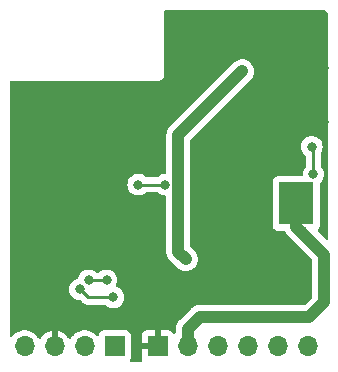
<source format=gbr>
G04 #@! TF.GenerationSoftware,KiCad,Pcbnew,(6.0.11)*
G04 #@! TF.CreationDate,2023-02-28T22:09:58+01:00*
G04 #@! TF.ProjectId,atmega328p-au--e01c-ml01s--bme280--cr2032,61746d65-6761-4333-9238-702d61752d2d,rev?*
G04 #@! TF.SameCoordinates,Original*
G04 #@! TF.FileFunction,Copper,L2,Bot*
G04 #@! TF.FilePolarity,Positive*
%FSLAX46Y46*%
G04 Gerber Fmt 4.6, Leading zero omitted, Abs format (unit mm)*
G04 Created by KiCad (PCBNEW (6.0.11)) date 2023-02-28 22:09:58*
%MOMM*%
%LPD*%
G01*
G04 APERTURE LIST*
G04 #@! TA.AperFunction,SMDPad,CuDef*
%ADD10R,3.000000X3.600000*%
G04 #@! TD*
G04 #@! TA.AperFunction,SMDPad,CuDef*
%ADD11R,3.000000X2.600000*%
G04 #@! TD*
G04 #@! TA.AperFunction,ComponentPad*
%ADD12R,1.700000X1.700000*%
G04 #@! TD*
G04 #@! TA.AperFunction,ComponentPad*
%ADD13O,1.700000X1.700000*%
G04 #@! TD*
G04 #@! TA.AperFunction,ViaPad*
%ADD14C,1.000000*%
G04 #@! TD*
G04 #@! TA.AperFunction,ViaPad*
%ADD15C,0.800000*%
G04 #@! TD*
G04 #@! TA.AperFunction,Conductor*
%ADD16C,1.000000*%
G04 #@! TD*
G04 #@! TA.AperFunction,Conductor*
%ADD17C,0.250000*%
G04 #@! TD*
G04 APERTURE END LIST*
D10*
X119923000Y-78495000D03*
D11*
X98523000Y-78495000D03*
D12*
X104523000Y-90595000D03*
D13*
X101983000Y-90595000D03*
X99443000Y-90595000D03*
X96903000Y-90595000D03*
D12*
X108165733Y-90595000D03*
D13*
X110705733Y-90595000D03*
X113245733Y-90595000D03*
X115785733Y-90595000D03*
X118325733Y-90595000D03*
X120865733Y-90595000D03*
D14*
X102723000Y-74445000D03*
X102723000Y-71345000D03*
X96623000Y-71345000D03*
X108723000Y-71045000D03*
X99473000Y-88445000D03*
X106073000Y-79345000D03*
X97573000Y-76395000D03*
X96323000Y-77645000D03*
X107773000Y-75295000D03*
X109923000Y-73645000D03*
D15*
X119923000Y-85245000D03*
D14*
X113104250Y-88095000D03*
X115323000Y-67295000D03*
X110554250Y-83195000D03*
D15*
X122223000Y-71595000D03*
D14*
X116654250Y-86295000D03*
X119503036Y-83225955D03*
X116123000Y-76995000D03*
X99017214Y-84515336D03*
D15*
X122223000Y-66995000D03*
D14*
X113254250Y-83095000D03*
X118223000Y-66395000D03*
X109604250Y-86645000D03*
X116954250Y-82395000D03*
X112523000Y-62595000D03*
X116923000Y-71195000D03*
X112523000Y-66295000D03*
X115854250Y-81695000D03*
X115323000Y-71195000D03*
X106123000Y-82495000D03*
D15*
X121523000Y-62595000D03*
X104423000Y-86444500D03*
X101598500Y-85759544D03*
X103847500Y-84995000D03*
X102323000Y-84995000D03*
D14*
X120354250Y-80895000D03*
D15*
X121362235Y-76019500D03*
X121223000Y-73695000D03*
X108823500Y-76895000D03*
X106523500Y-76895000D03*
D16*
X109923000Y-73645000D02*
X109923000Y-72695000D01*
X109923000Y-82563750D02*
X109923000Y-73645000D01*
X110705733Y-90595000D02*
X110705733Y-89112267D01*
X110705733Y-89112267D02*
X111723000Y-88095000D01*
X111723000Y-88095000D02*
X121023000Y-88095000D01*
X122273000Y-86845000D02*
X122273000Y-82829375D01*
X121023000Y-88095000D02*
X122273000Y-86845000D01*
X122273000Y-82829375D02*
X119923000Y-80479375D01*
X119923000Y-80479375D02*
X119923000Y-78495000D01*
X110554250Y-83195000D02*
X109923000Y-82563750D01*
X109923000Y-72695000D02*
X115323000Y-67295000D01*
D17*
X104423000Y-86444500D02*
X102283456Y-86444500D01*
X102283456Y-86444500D02*
X101598500Y-85759544D01*
X103847500Y-84995000D02*
X102323000Y-84995000D01*
X121223000Y-73695000D02*
X121362235Y-73834235D01*
X121362235Y-73834235D02*
X121362235Y-76019500D01*
X108823500Y-76895000D02*
X106523500Y-76895000D01*
G04 #@! TA.AperFunction,Conductor*
G36*
X122093018Y-62105000D02*
G01*
X122107852Y-62107310D01*
X122107855Y-62107310D01*
X122116724Y-62108691D01*
X122125626Y-62107527D01*
X122125750Y-62107511D01*
X122156192Y-62107240D01*
X122169070Y-62108691D01*
X122218264Y-62114234D01*
X122245771Y-62120513D01*
X122322853Y-62147485D01*
X122348274Y-62159727D01*
X122417426Y-62203178D01*
X122439485Y-62220770D01*
X122497230Y-62278515D01*
X122514822Y-62300574D01*
X122558273Y-62369726D01*
X122570515Y-62395147D01*
X122597487Y-62472228D01*
X122603766Y-62499736D01*
X122610018Y-62555226D01*
X122609923Y-62570868D01*
X122610800Y-62570879D01*
X122610690Y-62579851D01*
X122609309Y-62588724D01*
X122610473Y-62597626D01*
X122610473Y-62597628D01*
X122613436Y-62620283D01*
X122614500Y-62636621D01*
X122614500Y-81440450D01*
X122594498Y-81508571D01*
X122540842Y-81555064D01*
X122470568Y-81565168D01*
X122405988Y-81535674D01*
X122399416Y-81529557D01*
X121741469Y-80871610D01*
X121707445Y-80809299D01*
X121712509Y-80738484D01*
X121755000Y-80681690D01*
X121779080Y-80663643D01*
X121779081Y-80663642D01*
X121786261Y-80658261D01*
X121873615Y-80541705D01*
X121924745Y-80405316D01*
X121931500Y-80343134D01*
X121931500Y-76791342D01*
X121951502Y-76723221D01*
X121971239Y-76700000D01*
X121973488Y-76698366D01*
X122019859Y-76646866D01*
X122096856Y-76561352D01*
X122096857Y-76561351D01*
X122101275Y-76556444D01*
X122196762Y-76391056D01*
X122255777Y-76209428D01*
X122257567Y-76192402D01*
X122275049Y-76026065D01*
X122275739Y-76019500D01*
X122255777Y-75829572D01*
X122196762Y-75647944D01*
X122101275Y-75482556D01*
X122028098Y-75401285D01*
X121997382Y-75337279D01*
X121995735Y-75316976D01*
X121995735Y-74207344D01*
X122012616Y-74144344D01*
X122054223Y-74072279D01*
X122054224Y-74072278D01*
X122057527Y-74066556D01*
X122116542Y-73884928D01*
X122136504Y-73695000D01*
X122131249Y-73645000D01*
X122117232Y-73511635D01*
X122117232Y-73511633D01*
X122116542Y-73505072D01*
X122057527Y-73323444D01*
X121962040Y-73158056D01*
X121888004Y-73075830D01*
X121838675Y-73021045D01*
X121838674Y-73021044D01*
X121834253Y-73016134D01*
X121679752Y-72903882D01*
X121673724Y-72901198D01*
X121673722Y-72901197D01*
X121511319Y-72828891D01*
X121511318Y-72828891D01*
X121505288Y-72826206D01*
X121411887Y-72806353D01*
X121324944Y-72787872D01*
X121324939Y-72787872D01*
X121318487Y-72786500D01*
X121127513Y-72786500D01*
X121121061Y-72787872D01*
X121121056Y-72787872D01*
X121034113Y-72806353D01*
X120940712Y-72826206D01*
X120934682Y-72828891D01*
X120934681Y-72828891D01*
X120772278Y-72901197D01*
X120772276Y-72901198D01*
X120766248Y-72903882D01*
X120611747Y-73016134D01*
X120607326Y-73021044D01*
X120607325Y-73021045D01*
X120557997Y-73075830D01*
X120483960Y-73158056D01*
X120388473Y-73323444D01*
X120329458Y-73505072D01*
X120328768Y-73511633D01*
X120328768Y-73511635D01*
X120314751Y-73645000D01*
X120309496Y-73695000D01*
X120329458Y-73884928D01*
X120388473Y-74066556D01*
X120483960Y-74231944D01*
X120611747Y-74373866D01*
X120617089Y-74377747D01*
X120617091Y-74377749D01*
X120676796Y-74421127D01*
X120720150Y-74477349D01*
X120728735Y-74523063D01*
X120728735Y-75316976D01*
X120708733Y-75385097D01*
X120696377Y-75401279D01*
X120623195Y-75482556D01*
X120527708Y-75647944D01*
X120468693Y-75829572D01*
X120448731Y-76019500D01*
X120449421Y-76026065D01*
X120451656Y-76047330D01*
X120438884Y-76117168D01*
X120390382Y-76169015D01*
X120326346Y-76186500D01*
X118374866Y-76186500D01*
X118312684Y-76193255D01*
X118176295Y-76244385D01*
X118059739Y-76331739D01*
X117972385Y-76448295D01*
X117921255Y-76584684D01*
X117914500Y-76646866D01*
X117914500Y-80343134D01*
X117921255Y-80405316D01*
X117972385Y-80541705D01*
X118059739Y-80658261D01*
X118176295Y-80745615D01*
X118312684Y-80796745D01*
X118374866Y-80803500D01*
X118877386Y-80803500D01*
X118945507Y-80823502D01*
X118988638Y-80870348D01*
X119029731Y-80947635D01*
X119030343Y-80948801D01*
X119073108Y-81031301D01*
X119076431Y-81035464D01*
X119078934Y-81040171D01*
X119137755Y-81112293D01*
X119138446Y-81113149D01*
X119169738Y-81152348D01*
X119172242Y-81154852D01*
X119172884Y-81155570D01*
X119176585Y-81159903D01*
X119203935Y-81193437D01*
X119208682Y-81197364D01*
X119208684Y-81197366D01*
X119239262Y-81222662D01*
X119248042Y-81230652D01*
X121227595Y-83210204D01*
X121261620Y-83272516D01*
X121264500Y-83299299D01*
X121264500Y-86375074D01*
X121244498Y-86443195D01*
X121227596Y-86464169D01*
X120642171Y-87049595D01*
X120579858Y-87083620D01*
X120553075Y-87086500D01*
X113164123Y-87086500D01*
X113150953Y-87085810D01*
X113117454Y-87082289D01*
X113117452Y-87082289D01*
X113111325Y-87081645D01*
X113065559Y-87085810D01*
X113063680Y-87085981D01*
X113052260Y-87086500D01*
X111784843Y-87086500D01*
X111771236Y-87085763D01*
X111739738Y-87082341D01*
X111739733Y-87082341D01*
X111733612Y-87081676D01*
X111707362Y-87083973D01*
X111683612Y-87086050D01*
X111678786Y-87086379D01*
X111676314Y-87086500D01*
X111673231Y-87086500D01*
X111661262Y-87087674D01*
X111630494Y-87090690D01*
X111629181Y-87090812D01*
X111584916Y-87094685D01*
X111536587Y-87098913D01*
X111531468Y-87100400D01*
X111526167Y-87100920D01*
X111437166Y-87127791D01*
X111436033Y-87128126D01*
X111352586Y-87152370D01*
X111352582Y-87152372D01*
X111346664Y-87154091D01*
X111341932Y-87156544D01*
X111336831Y-87158084D01*
X111331388Y-87160978D01*
X111254740Y-87201731D01*
X111253574Y-87202343D01*
X111196869Y-87231737D01*
X111171074Y-87245108D01*
X111166911Y-87248431D01*
X111162204Y-87250934D01*
X111157429Y-87254828D01*
X111157428Y-87254829D01*
X111090102Y-87309739D01*
X111089075Y-87310567D01*
X111052792Y-87339531D01*
X111052787Y-87339536D01*
X111050028Y-87341738D01*
X111047527Y-87344239D01*
X111046809Y-87344881D01*
X111042461Y-87348594D01*
X111008938Y-87375935D01*
X111005015Y-87380677D01*
X111005013Y-87380679D01*
X110979703Y-87411273D01*
X110971713Y-87420053D01*
X110036354Y-88355412D01*
X110026211Y-88364514D01*
X109996708Y-88388235D01*
X109992741Y-88392963D01*
X109964442Y-88426688D01*
X109961261Y-88430336D01*
X109959618Y-88432148D01*
X109957424Y-88434342D01*
X109930091Y-88467616D01*
X109929429Y-88468414D01*
X109869579Y-88539741D01*
X109867011Y-88544411D01*
X109863630Y-88548528D01*
X109832593Y-88606412D01*
X109819756Y-88630353D01*
X109819127Y-88631512D01*
X109777271Y-88707648D01*
X109777268Y-88707656D01*
X109774300Y-88713054D01*
X109772688Y-88718136D01*
X109770171Y-88722830D01*
X109742971Y-88811798D01*
X109742651Y-88812826D01*
X109714498Y-88901573D01*
X109713904Y-88906869D01*
X109712346Y-88911965D01*
X109709385Y-88941119D01*
X109702951Y-89004454D01*
X109702822Y-89005660D01*
X109697233Y-89055494D01*
X109697233Y-89059021D01*
X109697178Y-89060006D01*
X109696731Y-89065686D01*
X109692359Y-89108729D01*
X109692939Y-89114860D01*
X109696674Y-89154376D01*
X109697233Y-89166234D01*
X109697233Y-89431196D01*
X109677231Y-89499317D01*
X109623575Y-89545810D01*
X109553301Y-89555914D01*
X109488721Y-89526420D01*
X109466105Y-89498388D01*
X109465905Y-89498538D01*
X109461712Y-89492943D01*
X109460713Y-89491705D01*
X109460521Y-89491354D01*
X109384018Y-89389276D01*
X109371457Y-89376715D01*
X109269382Y-89300214D01*
X109253787Y-89291676D01*
X109133339Y-89246522D01*
X109118084Y-89242895D01*
X109067219Y-89237369D01*
X109060405Y-89237000D01*
X108437848Y-89237000D01*
X108422609Y-89241475D01*
X108421404Y-89242865D01*
X108419733Y-89250548D01*
X108419733Y-90723000D01*
X108399731Y-90791121D01*
X108346075Y-90837614D01*
X108293733Y-90849000D01*
X106825849Y-90849000D01*
X106810610Y-90853475D01*
X106809405Y-90854865D01*
X106807734Y-90862548D01*
X106807734Y-91489669D01*
X106808104Y-91496490D01*
X106813628Y-91547352D01*
X106817254Y-91562604D01*
X106862412Y-91683061D01*
X106871681Y-91699992D01*
X106886850Y-91769349D01*
X106862113Y-91835897D01*
X106805325Y-91878507D01*
X106761161Y-91886500D01*
X105928148Y-91886500D01*
X105860027Y-91866498D01*
X105813534Y-91812842D01*
X105803430Y-91742568D01*
X105817628Y-91699992D01*
X105818234Y-91698884D01*
X105823615Y-91691705D01*
X105874745Y-91555316D01*
X105881500Y-91493134D01*
X105881500Y-90322885D01*
X106807733Y-90322885D01*
X106812208Y-90338124D01*
X106813598Y-90339329D01*
X106821281Y-90341000D01*
X107893618Y-90341000D01*
X107908857Y-90336525D01*
X107910062Y-90335135D01*
X107911733Y-90327452D01*
X107911733Y-89255116D01*
X107907258Y-89239877D01*
X107905868Y-89238672D01*
X107898185Y-89237001D01*
X107271064Y-89237001D01*
X107264243Y-89237371D01*
X107213381Y-89242895D01*
X107198129Y-89246521D01*
X107077679Y-89291676D01*
X107062084Y-89300214D01*
X106960009Y-89376715D01*
X106947448Y-89389276D01*
X106870947Y-89491351D01*
X106862409Y-89506946D01*
X106817255Y-89627394D01*
X106813628Y-89642649D01*
X106808102Y-89693514D01*
X106807733Y-89700328D01*
X106807733Y-90322885D01*
X105881500Y-90322885D01*
X105881500Y-89696866D01*
X105874745Y-89634684D01*
X105823615Y-89498295D01*
X105736261Y-89381739D01*
X105619705Y-89294385D01*
X105483316Y-89243255D01*
X105421134Y-89236500D01*
X103624866Y-89236500D01*
X103562684Y-89243255D01*
X103426295Y-89294385D01*
X103309739Y-89381739D01*
X103222385Y-89498295D01*
X103219233Y-89506703D01*
X103177919Y-89616907D01*
X103135277Y-89673671D01*
X103068716Y-89698371D01*
X102999367Y-89683163D01*
X102966743Y-89657476D01*
X102916151Y-89601875D01*
X102916142Y-89601866D01*
X102912670Y-89598051D01*
X102908619Y-89594852D01*
X102908615Y-89594848D01*
X102741414Y-89462800D01*
X102741410Y-89462798D01*
X102737359Y-89459598D01*
X102701028Y-89439542D01*
X102609970Y-89389276D01*
X102541789Y-89351638D01*
X102536920Y-89349914D01*
X102536916Y-89349912D01*
X102336087Y-89278795D01*
X102336083Y-89278794D01*
X102331212Y-89277069D01*
X102326119Y-89276162D01*
X102326116Y-89276161D01*
X102116373Y-89238800D01*
X102116367Y-89238799D01*
X102111284Y-89237894D01*
X102037452Y-89236992D01*
X101893081Y-89235228D01*
X101893079Y-89235228D01*
X101887911Y-89235165D01*
X101667091Y-89268955D01*
X101454756Y-89338357D01*
X101256607Y-89441507D01*
X101252474Y-89444610D01*
X101252471Y-89444612D01*
X101082100Y-89572530D01*
X101077965Y-89575635D01*
X101052541Y-89602240D01*
X100984280Y-89673671D01*
X100923629Y-89737138D01*
X100816204Y-89894618D01*
X100815898Y-89895066D01*
X100760987Y-89940069D01*
X100690462Y-89948240D01*
X100626715Y-89916986D01*
X100606018Y-89892502D01*
X100525426Y-89767926D01*
X100519136Y-89759757D01*
X100375806Y-89602240D01*
X100368273Y-89595215D01*
X100201139Y-89463222D01*
X100192552Y-89457517D01*
X100006117Y-89354599D01*
X99996705Y-89350369D01*
X99795959Y-89279280D01*
X99785988Y-89276646D01*
X99714837Y-89263972D01*
X99701540Y-89265432D01*
X99697000Y-89279989D01*
X99697000Y-90723000D01*
X99676998Y-90791121D01*
X99623342Y-90837614D01*
X99571000Y-90849000D01*
X99315000Y-90849000D01*
X99246879Y-90828998D01*
X99200386Y-90775342D01*
X99189000Y-90723000D01*
X99189000Y-89278102D01*
X99185082Y-89264758D01*
X99170806Y-89262771D01*
X99132324Y-89268660D01*
X99122288Y-89271051D01*
X98919868Y-89337212D01*
X98910359Y-89341209D01*
X98721463Y-89439542D01*
X98712738Y-89445036D01*
X98542433Y-89572905D01*
X98534726Y-89579748D01*
X98387590Y-89733717D01*
X98381109Y-89741722D01*
X98276498Y-89895074D01*
X98221587Y-89940076D01*
X98151062Y-89948247D01*
X98087315Y-89916993D01*
X98066618Y-89892509D01*
X97985822Y-89767617D01*
X97985820Y-89767614D01*
X97983014Y-89763277D01*
X97832670Y-89598051D01*
X97828619Y-89594852D01*
X97828615Y-89594848D01*
X97661414Y-89462800D01*
X97661410Y-89462798D01*
X97657359Y-89459598D01*
X97621028Y-89439542D01*
X97529970Y-89389276D01*
X97461789Y-89351638D01*
X97456920Y-89349914D01*
X97456916Y-89349912D01*
X97256087Y-89278795D01*
X97256083Y-89278794D01*
X97251212Y-89277069D01*
X97246119Y-89276162D01*
X97246116Y-89276161D01*
X97036373Y-89238800D01*
X97036367Y-89238799D01*
X97031284Y-89237894D01*
X96957452Y-89236992D01*
X96813081Y-89235228D01*
X96813079Y-89235228D01*
X96807911Y-89235165D01*
X96587091Y-89268955D01*
X96374756Y-89338357D01*
X96176607Y-89441507D01*
X96172474Y-89444610D01*
X96172471Y-89444612D01*
X96002100Y-89572530D01*
X95997965Y-89575635D01*
X95994393Y-89579373D01*
X95848594Y-89731942D01*
X95787069Y-89767372D01*
X95716157Y-89763915D01*
X95658371Y-89722669D01*
X95632057Y-89656728D01*
X95631500Y-89644891D01*
X95631500Y-85759544D01*
X100684996Y-85759544D01*
X100685686Y-85766109D01*
X100700553Y-85907556D01*
X100704958Y-85949472D01*
X100763973Y-86131100D01*
X100859460Y-86296488D01*
X100987247Y-86438410D01*
X101141748Y-86550662D01*
X101147776Y-86553346D01*
X101147778Y-86553347D01*
X101310181Y-86625653D01*
X101316212Y-86628338D01*
X101374399Y-86640706D01*
X101496556Y-86666672D01*
X101496561Y-86666672D01*
X101503013Y-86668044D01*
X101558905Y-86668044D01*
X101627026Y-86688046D01*
X101648000Y-86704949D01*
X101779804Y-86836753D01*
X101787344Y-86845039D01*
X101791456Y-86851518D01*
X101797233Y-86856943D01*
X101841107Y-86898143D01*
X101843949Y-86900898D01*
X101863686Y-86920635D01*
X101866883Y-86923115D01*
X101875903Y-86930818D01*
X101908135Y-86961086D01*
X101915081Y-86964905D01*
X101915084Y-86964907D01*
X101925890Y-86970848D01*
X101942409Y-86981699D01*
X101958415Y-86994114D01*
X101965684Y-86997259D01*
X101965688Y-86997262D01*
X101998993Y-87011674D01*
X102009643Y-87016891D01*
X102048396Y-87038195D01*
X102056071Y-87040166D01*
X102056072Y-87040166D01*
X102068018Y-87043233D01*
X102086723Y-87049637D01*
X102105311Y-87057681D01*
X102113134Y-87058920D01*
X102113144Y-87058923D01*
X102148980Y-87064599D01*
X102160600Y-87067005D01*
X102195745Y-87076028D01*
X102203426Y-87078000D01*
X102223680Y-87078000D01*
X102243390Y-87079551D01*
X102263399Y-87082720D01*
X102271291Y-87081974D01*
X102307417Y-87078559D01*
X102319275Y-87078000D01*
X103714800Y-87078000D01*
X103782921Y-87098002D01*
X103802147Y-87114343D01*
X103802420Y-87114040D01*
X103807332Y-87118463D01*
X103811747Y-87123366D01*
X103966248Y-87235618D01*
X103972276Y-87238302D01*
X103972278Y-87238303D01*
X104132727Y-87309739D01*
X104140712Y-87313294D01*
X104234113Y-87333147D01*
X104321056Y-87351628D01*
X104321061Y-87351628D01*
X104327513Y-87353000D01*
X104518487Y-87353000D01*
X104524939Y-87351628D01*
X104524944Y-87351628D01*
X104611887Y-87333147D01*
X104705288Y-87313294D01*
X104713273Y-87309739D01*
X104873722Y-87238303D01*
X104873724Y-87238302D01*
X104879752Y-87235618D01*
X105034253Y-87123366D01*
X105054002Y-87101433D01*
X105157621Y-86986352D01*
X105157622Y-86986351D01*
X105162040Y-86981444D01*
X105257527Y-86816056D01*
X105316542Y-86634428D01*
X105336504Y-86444500D01*
X105329207Y-86375074D01*
X105317232Y-86261135D01*
X105317232Y-86261133D01*
X105316542Y-86254572D01*
X105257527Y-86072944D01*
X105162040Y-85907556D01*
X105034253Y-85765634D01*
X104879752Y-85653382D01*
X104873724Y-85650698D01*
X104873722Y-85650697D01*
X104718562Y-85581616D01*
X104664467Y-85535636D01*
X104643817Y-85467709D01*
X104660692Y-85403509D01*
X104678723Y-85372279D01*
X104678724Y-85372278D01*
X104682027Y-85366556D01*
X104741042Y-85184928D01*
X104761004Y-84995000D01*
X104741042Y-84805072D01*
X104682027Y-84623444D01*
X104586540Y-84458056D01*
X104458753Y-84316134D01*
X104310435Y-84208374D01*
X104309594Y-84207763D01*
X104309593Y-84207762D01*
X104304252Y-84203882D01*
X104298224Y-84201198D01*
X104298222Y-84201197D01*
X104135819Y-84128891D01*
X104135818Y-84128891D01*
X104129788Y-84126206D01*
X104036387Y-84106353D01*
X103949444Y-84087872D01*
X103949439Y-84087872D01*
X103942987Y-84086500D01*
X103752013Y-84086500D01*
X103745561Y-84087872D01*
X103745556Y-84087872D01*
X103658613Y-84106353D01*
X103565212Y-84126206D01*
X103559182Y-84128891D01*
X103559181Y-84128891D01*
X103396778Y-84201197D01*
X103396776Y-84201198D01*
X103390748Y-84203882D01*
X103385407Y-84207762D01*
X103385406Y-84207763D01*
X103384565Y-84208374D01*
X103236247Y-84316134D01*
X103231832Y-84321037D01*
X103226920Y-84325460D01*
X103225795Y-84324211D01*
X103172486Y-84357051D01*
X103139300Y-84361500D01*
X103031200Y-84361500D01*
X102963079Y-84341498D01*
X102943853Y-84325157D01*
X102943580Y-84325460D01*
X102938668Y-84321037D01*
X102934253Y-84316134D01*
X102785935Y-84208374D01*
X102785094Y-84207763D01*
X102785093Y-84207762D01*
X102779752Y-84203882D01*
X102773724Y-84201198D01*
X102773722Y-84201197D01*
X102611319Y-84128891D01*
X102611318Y-84128891D01*
X102605288Y-84126206D01*
X102511887Y-84106353D01*
X102424944Y-84087872D01*
X102424939Y-84087872D01*
X102418487Y-84086500D01*
X102227513Y-84086500D01*
X102221061Y-84087872D01*
X102221056Y-84087872D01*
X102134113Y-84106353D01*
X102040712Y-84126206D01*
X102034682Y-84128891D01*
X102034681Y-84128891D01*
X101872278Y-84201197D01*
X101872276Y-84201198D01*
X101866248Y-84203882D01*
X101860907Y-84207762D01*
X101860906Y-84207763D01*
X101860065Y-84208374D01*
X101711747Y-84316134D01*
X101583960Y-84458056D01*
X101488473Y-84623444D01*
X101486432Y-84629726D01*
X101430435Y-84802065D01*
X101390361Y-84860670D01*
X101336801Y-84886374D01*
X101316212Y-84890750D01*
X101310179Y-84893436D01*
X101147778Y-84965741D01*
X101147776Y-84965742D01*
X101141748Y-84968426D01*
X100987247Y-85080678D01*
X100859460Y-85222600D01*
X100856159Y-85228318D01*
X100773043Y-85372279D01*
X100763973Y-85387988D01*
X100704958Y-85569616D01*
X100684996Y-85759544D01*
X95631500Y-85759544D01*
X95631500Y-76895000D01*
X105609996Y-76895000D01*
X105629958Y-77084928D01*
X105688973Y-77266556D01*
X105784460Y-77431944D01*
X105912247Y-77573866D01*
X106066748Y-77686118D01*
X106072776Y-77688802D01*
X106072778Y-77688803D01*
X106235181Y-77761109D01*
X106241212Y-77763794D01*
X106334612Y-77783647D01*
X106421556Y-77802128D01*
X106421561Y-77802128D01*
X106428013Y-77803500D01*
X106618987Y-77803500D01*
X106625439Y-77802128D01*
X106625444Y-77802128D01*
X106712388Y-77783647D01*
X106805788Y-77763794D01*
X106811819Y-77761109D01*
X106974222Y-77688803D01*
X106974224Y-77688802D01*
X106980252Y-77686118D01*
X107134753Y-77573866D01*
X107139168Y-77568963D01*
X107144080Y-77564540D01*
X107145205Y-77565789D01*
X107198514Y-77532949D01*
X107231700Y-77528500D01*
X108115300Y-77528500D01*
X108183421Y-77548502D01*
X108202647Y-77564843D01*
X108202920Y-77564540D01*
X108207832Y-77568963D01*
X108212247Y-77573866D01*
X108366748Y-77686118D01*
X108372776Y-77688802D01*
X108372778Y-77688803D01*
X108535181Y-77761109D01*
X108541212Y-77763794D01*
X108634612Y-77783647D01*
X108721556Y-77802128D01*
X108721561Y-77802128D01*
X108728013Y-77803500D01*
X108788500Y-77803500D01*
X108856621Y-77823502D01*
X108903114Y-77877158D01*
X108914500Y-77929500D01*
X108914500Y-82501907D01*
X108913763Y-82515514D01*
X108913056Y-82522027D01*
X108909676Y-82553138D01*
X108910213Y-82559273D01*
X108914050Y-82603138D01*
X108914379Y-82607964D01*
X108914500Y-82610436D01*
X108914500Y-82613519D01*
X108914801Y-82616587D01*
X108918690Y-82656256D01*
X108918812Y-82657569D01*
X108926913Y-82750163D01*
X108928400Y-82755282D01*
X108928920Y-82760583D01*
X108955791Y-82849584D01*
X108956126Y-82850717D01*
X108973135Y-82909259D01*
X108982091Y-82940086D01*
X108984544Y-82944818D01*
X108986084Y-82949919D01*
X108988978Y-82955362D01*
X109029731Y-83032010D01*
X109030343Y-83033176D01*
X109073108Y-83115676D01*
X109076431Y-83119839D01*
X109078934Y-83124546D01*
X109137755Y-83196668D01*
X109138446Y-83197524D01*
X109169738Y-83236723D01*
X109172242Y-83239227D01*
X109172884Y-83239945D01*
X109176585Y-83244278D01*
X109203935Y-83277812D01*
X109229909Y-83299299D01*
X109239258Y-83307033D01*
X109248040Y-83315024D01*
X109794605Y-83861590D01*
X109804253Y-83872418D01*
X109825285Y-83898953D01*
X109829977Y-83902946D01*
X109866316Y-83933873D01*
X109873748Y-83940732D01*
X109876325Y-83943309D01*
X109878705Y-83945264D01*
X109878715Y-83945273D01*
X109906433Y-83968041D01*
X109908120Y-83969451D01*
X109975900Y-84027136D01*
X109981271Y-84030138D01*
X109982065Y-84030690D01*
X109982469Y-84030995D01*
X109982534Y-84031039D01*
X109984348Y-84032276D01*
X109984506Y-84032386D01*
X109984976Y-84032674D01*
X109985753Y-84033194D01*
X109990511Y-84037102D01*
X109995943Y-84040014D01*
X109995942Y-84040014D01*
X110068903Y-84079136D01*
X110070773Y-84080159D01*
X110148544Y-84123624D01*
X110154402Y-84125528D01*
X110155284Y-84125913D01*
X110155746Y-84126137D01*
X110155822Y-84126169D01*
X110157820Y-84127021D01*
X110157991Y-84127095D01*
X110158522Y-84127292D01*
X110159379Y-84127649D01*
X110164813Y-84130562D01*
X110170707Y-84132364D01*
X110249874Y-84156568D01*
X110251969Y-84157229D01*
X110330778Y-84182835D01*
X110330781Y-84182836D01*
X110336642Y-84184740D01*
X110342762Y-84185470D01*
X110343669Y-84185669D01*
X110344181Y-84185803D01*
X110344308Y-84185829D01*
X110346502Y-84186291D01*
X110346626Y-84186318D01*
X110347141Y-84186401D01*
X110348057Y-84186586D01*
X110353948Y-84188387D01*
X110360077Y-84189010D01*
X110360079Y-84189010D01*
X110442463Y-84197379D01*
X110444647Y-84197620D01*
X110517356Y-84206289D01*
X110533027Y-84208158D01*
X110539163Y-84207686D01*
X110540118Y-84207706D01*
X110540638Y-84207738D01*
X110540745Y-84207738D01*
X110542958Y-84207765D01*
X110543106Y-84207768D01*
X110543651Y-84207748D01*
X110544579Y-84207751D01*
X110550712Y-84208374D01*
X110639313Y-84199999D01*
X110641475Y-84199813D01*
X110669978Y-84197620D01*
X110724077Y-84193457D01*
X110724078Y-84193457D01*
X110730222Y-84192984D01*
X110736161Y-84191326D01*
X110737086Y-84191163D01*
X110737636Y-84191089D01*
X110737753Y-84191066D01*
X110739888Y-84190670D01*
X110740021Y-84190646D01*
X110740552Y-84190521D01*
X110741476Y-84190341D01*
X110747612Y-84189761D01*
X110760889Y-84185803D01*
X110832935Y-84164326D01*
X110835046Y-84163717D01*
X110914775Y-84141456D01*
X110914776Y-84141456D01*
X110920713Y-84139798D01*
X110926214Y-84137019D01*
X110927089Y-84136680D01*
X110927600Y-84136505D01*
X110927727Y-84136453D01*
X110929778Y-84135637D01*
X110929891Y-84135593D01*
X110930368Y-84135376D01*
X110931244Y-84135019D01*
X110937146Y-84133259D01*
X111015857Y-84091759D01*
X111017804Y-84090754D01*
X111023510Y-84087872D01*
X111040804Y-84079136D01*
X111091755Y-84053399D01*
X111091757Y-84053398D01*
X111097246Y-84050625D01*
X111102095Y-84046837D01*
X111102905Y-84046323D01*
X111103362Y-84046058D01*
X111103470Y-84045987D01*
X111105279Y-84044817D01*
X111105411Y-84044733D01*
X111105857Y-84044413D01*
X111106652Y-84043889D01*
X111112096Y-84041018D01*
X111181230Y-83985034D01*
X111182952Y-83983664D01*
X111248241Y-83932655D01*
X111248242Y-83932654D01*
X111253097Y-83928861D01*
X111257124Y-83924196D01*
X111257802Y-83923550D01*
X111258206Y-83923195D01*
X111258285Y-83923117D01*
X111259867Y-83921583D01*
X111259973Y-83921482D01*
X111260342Y-83921088D01*
X111261009Y-83920430D01*
X111265797Y-83916553D01*
X111322744Y-83848202D01*
X111324158Y-83846535D01*
X111382328Y-83779145D01*
X111385368Y-83773793D01*
X111385926Y-83773003D01*
X111386238Y-83772596D01*
X111386302Y-83772502D01*
X111387522Y-83770741D01*
X111387634Y-83770582D01*
X111387931Y-83770105D01*
X111388453Y-83769336D01*
X111392396Y-83764604D01*
X111395342Y-83759202D01*
X111395346Y-83759195D01*
X111434995Y-83686473D01*
X111436065Y-83684551D01*
X111476975Y-83612538D01*
X111476976Y-83612535D01*
X111480019Y-83607179D01*
X111481964Y-83601333D01*
X111482354Y-83600457D01*
X111482581Y-83599997D01*
X111482606Y-83599939D01*
X111483493Y-83597900D01*
X111483558Y-83597753D01*
X111483757Y-83597228D01*
X111484122Y-83596369D01*
X111487071Y-83590959D01*
X111513677Y-83506060D01*
X111514353Y-83503967D01*
X111540502Y-83425360D01*
X111540502Y-83425359D01*
X111542447Y-83419513D01*
X111543219Y-83413401D01*
X111543429Y-83412478D01*
X111543566Y-83411971D01*
X111543589Y-83411860D01*
X111544064Y-83409683D01*
X111544091Y-83409565D01*
X111544180Y-83409033D01*
X111544372Y-83408113D01*
X111546215Y-83402232D01*
X111555827Y-83313750D01*
X111556084Y-83311566D01*
X111566793Y-83226797D01*
X111566793Y-83226790D01*
X111567235Y-83223295D01*
X111567468Y-83206584D01*
X111567574Y-83205611D01*
X111567495Y-83204703D01*
X111567630Y-83195000D01*
X111560722Y-83124546D01*
X111558560Y-83102496D01*
X111558438Y-83101183D01*
X111550873Y-83014718D01*
X111550337Y-83008587D01*
X111548850Y-83003468D01*
X111548330Y-82998167D01*
X111521468Y-82909194D01*
X111521112Y-82907994D01*
X111495159Y-82818663D01*
X111492705Y-82813929D01*
X111491166Y-82808831D01*
X111468647Y-82766478D01*
X111447566Y-82726831D01*
X111446952Y-82725663D01*
X111406976Y-82648541D01*
X111406975Y-82648540D01*
X111404142Y-82643074D01*
X111400819Y-82638911D01*
X111398316Y-82634204D01*
X111339495Y-82562082D01*
X111338804Y-82561226D01*
X111307512Y-82522027D01*
X111305008Y-82519523D01*
X111304366Y-82518805D01*
X111300665Y-82514472D01*
X111273315Y-82480938D01*
X111237986Y-82451712D01*
X111229205Y-82443721D01*
X110968405Y-82182921D01*
X110934379Y-82120609D01*
X110931500Y-82093826D01*
X110931500Y-73716722D01*
X110932492Y-73700944D01*
X110935985Y-73673295D01*
X110936380Y-73645000D01*
X110932101Y-73601360D01*
X110931500Y-73589064D01*
X110931500Y-73164925D01*
X110951502Y-73096804D01*
X110968405Y-73075830D01*
X115986797Y-68057437D01*
X115998309Y-68047251D01*
X116021847Y-68028861D01*
X116059687Y-67985023D01*
X116065959Y-67978275D01*
X116071309Y-67972925D01*
X116093552Y-67945847D01*
X116095487Y-67943548D01*
X116099781Y-67938573D01*
X116151078Y-67879145D01*
X116154121Y-67873787D01*
X116157672Y-67868754D01*
X116157929Y-67868935D01*
X116158024Y-67868798D01*
X116157762Y-67868623D01*
X116161194Y-67863497D01*
X116165102Y-67858739D01*
X116173804Y-67842511D01*
X116205269Y-67783829D01*
X116206757Y-67781133D01*
X116227170Y-67745200D01*
X116248769Y-67707179D01*
X116250714Y-67701332D01*
X116253221Y-67695701D01*
X116253506Y-67695828D01*
X116253569Y-67695681D01*
X116253280Y-67695561D01*
X116255649Y-67689870D01*
X116258562Y-67684437D01*
X116283419Y-67603133D01*
X116284347Y-67600226D01*
X116299264Y-67555386D01*
X116311197Y-67519513D01*
X116311970Y-67513398D01*
X116313335Y-67507390D01*
X116313638Y-67507459D01*
X116313674Y-67507292D01*
X116313368Y-67507230D01*
X116314584Y-67501200D01*
X116316387Y-67495302D01*
X116321517Y-67444800D01*
X116324978Y-67410732D01*
X116325326Y-67407675D01*
X116335545Y-67326776D01*
X116335985Y-67323295D01*
X116336324Y-67299033D01*
X116336374Y-67298538D01*
X116336336Y-67298138D01*
X116336380Y-67295000D01*
X116330240Y-67232377D01*
X116326920Y-67198517D01*
X116326878Y-67198080D01*
X116318318Y-67107526D01*
X116318317Y-67107522D01*
X116317761Y-67101638D01*
X116317253Y-67099935D01*
X116317080Y-67098167D01*
X116315375Y-67092521D01*
X116315374Y-67092514D01*
X116289154Y-67005669D01*
X116289027Y-67005249D01*
X116262937Y-66917732D01*
X116262936Y-66917730D01*
X116261259Y-66912104D01*
X116260429Y-66910529D01*
X116259916Y-66908831D01*
X116214323Y-66823083D01*
X116169018Y-66737154D01*
X116167901Y-66735775D01*
X116167066Y-66734204D01*
X116105587Y-66658823D01*
X116105431Y-66658630D01*
X116048253Y-66588021D01*
X116048248Y-66588016D01*
X116044553Y-66583453D01*
X116043190Y-66582317D01*
X116042065Y-66580938D01*
X115967080Y-66518905D01*
X115892604Y-66456854D01*
X115891047Y-66456005D01*
X115889675Y-66454870D01*
X115884493Y-66452068D01*
X115884487Y-66452064D01*
X115804269Y-66408691D01*
X115803881Y-66408480D01*
X115724142Y-66365004D01*
X115724135Y-66365001D01*
X115718959Y-66362179D01*
X115717267Y-66361649D01*
X115715701Y-66360802D01*
X115710066Y-66359058D01*
X115710062Y-66359056D01*
X115623035Y-66332117D01*
X115622615Y-66331986D01*
X115588497Y-66321294D01*
X115530232Y-66303035D01*
X115528464Y-66302843D01*
X115526768Y-66302318D01*
X115520917Y-66301703D01*
X115520912Y-66301702D01*
X115453971Y-66294667D01*
X115430219Y-66292170D01*
X115430056Y-66292152D01*
X115333611Y-66281676D01*
X115331842Y-66281831D01*
X115330075Y-66281645D01*
X115324196Y-66282180D01*
X115233824Y-66290404D01*
X115233387Y-66290444D01*
X115142448Y-66298400D01*
X115142446Y-66298400D01*
X115136587Y-66298913D01*
X115134879Y-66299409D01*
X115133112Y-66299570D01*
X115094510Y-66310931D01*
X115040134Y-66326934D01*
X115039713Y-66327057D01*
X114952320Y-66352447D01*
X114952316Y-66352449D01*
X114946663Y-66354091D01*
X114945087Y-66354908D01*
X114943381Y-66355410D01*
X114857252Y-66400437D01*
X114771074Y-66445108D01*
X114769686Y-66446216D01*
X114768110Y-66447040D01*
X114692447Y-66507875D01*
X114650027Y-66541738D01*
X114649104Y-66542661D01*
X114647688Y-66543862D01*
X114613975Y-66570968D01*
X114610008Y-66575696D01*
X114581933Y-66609154D01*
X114574507Y-66617258D01*
X109253621Y-71938145D01*
X109243478Y-71947247D01*
X109213975Y-71970968D01*
X109210008Y-71975696D01*
X109181709Y-72009421D01*
X109178528Y-72013069D01*
X109176885Y-72014881D01*
X109174691Y-72017075D01*
X109147358Y-72050349D01*
X109146696Y-72051147D01*
X109086846Y-72122474D01*
X109084278Y-72127144D01*
X109080897Y-72131261D01*
X109049860Y-72189145D01*
X109037023Y-72213086D01*
X109036394Y-72214245D01*
X108994538Y-72290381D01*
X108994535Y-72290389D01*
X108991567Y-72295787D01*
X108989955Y-72300869D01*
X108987438Y-72305563D01*
X108960238Y-72394531D01*
X108959918Y-72395559D01*
X108931765Y-72484306D01*
X108931171Y-72489602D01*
X108929613Y-72494698D01*
X108928990Y-72500834D01*
X108920218Y-72587187D01*
X108920089Y-72588393D01*
X108914500Y-72638227D01*
X108914500Y-72641754D01*
X108914445Y-72642739D01*
X108913998Y-72648419D01*
X108909626Y-72691462D01*
X108910206Y-72697593D01*
X108913941Y-72737109D01*
X108914500Y-72748967D01*
X108914500Y-73581181D01*
X108913715Y-73595225D01*
X108909719Y-73630851D01*
X108910235Y-73636995D01*
X108914058Y-73682524D01*
X108914500Y-73693067D01*
X108914500Y-75860500D01*
X108894498Y-75928621D01*
X108840842Y-75975114D01*
X108788500Y-75986500D01*
X108728013Y-75986500D01*
X108721561Y-75987872D01*
X108721556Y-75987872D01*
X108634613Y-76006353D01*
X108541212Y-76026206D01*
X108535182Y-76028891D01*
X108535181Y-76028891D01*
X108372778Y-76101197D01*
X108372776Y-76101198D01*
X108366748Y-76103882D01*
X108361407Y-76107762D01*
X108361406Y-76107763D01*
X108252527Y-76186869D01*
X108212247Y-76216134D01*
X108207832Y-76221037D01*
X108202920Y-76225460D01*
X108201795Y-76224211D01*
X108148486Y-76257051D01*
X108115300Y-76261500D01*
X107231700Y-76261500D01*
X107163579Y-76241498D01*
X107144353Y-76225157D01*
X107144080Y-76225460D01*
X107139168Y-76221037D01*
X107134753Y-76216134D01*
X107094473Y-76186869D01*
X106985594Y-76107763D01*
X106985593Y-76107762D01*
X106980252Y-76103882D01*
X106974224Y-76101198D01*
X106974222Y-76101197D01*
X106811819Y-76028891D01*
X106811818Y-76028891D01*
X106805788Y-76026206D01*
X106712387Y-76006353D01*
X106625444Y-75987872D01*
X106625439Y-75987872D01*
X106618987Y-75986500D01*
X106428013Y-75986500D01*
X106421561Y-75987872D01*
X106421556Y-75987872D01*
X106334613Y-76006353D01*
X106241212Y-76026206D01*
X106235182Y-76028891D01*
X106235181Y-76028891D01*
X106072778Y-76101197D01*
X106072776Y-76101198D01*
X106066748Y-76103882D01*
X105912247Y-76216134D01*
X105784460Y-76358056D01*
X105688973Y-76523444D01*
X105629958Y-76705072D01*
X105629268Y-76711633D01*
X105629268Y-76711635D01*
X105620891Y-76791342D01*
X105609996Y-76895000D01*
X95631500Y-76895000D01*
X95631500Y-68229500D01*
X95651502Y-68161379D01*
X95705158Y-68114886D01*
X95757500Y-68103500D01*
X108214377Y-68103500D01*
X108215148Y-68103502D01*
X108292721Y-68103976D01*
X108321152Y-68095850D01*
X108337915Y-68092272D01*
X108367187Y-68088080D01*
X108390564Y-68077451D01*
X108408087Y-68071004D01*
X108432771Y-68063949D01*
X108440365Y-68059157D01*
X108440368Y-68059156D01*
X108457780Y-68048170D01*
X108472865Y-68040030D01*
X108499782Y-68027792D01*
X108519235Y-68011030D01*
X108534239Y-67999927D01*
X108555958Y-67986224D01*
X108561897Y-67979499D01*
X108561901Y-67979496D01*
X108575532Y-67964062D01*
X108587724Y-67952018D01*
X108603327Y-67938573D01*
X108603329Y-67938570D01*
X108610127Y-67932713D01*
X108624094Y-67911165D01*
X108635385Y-67896291D01*
X108646431Y-67883783D01*
X108646432Y-67883782D01*
X108652378Y-67877049D01*
X108664943Y-67850287D01*
X108673263Y-67835309D01*
X108684471Y-67818017D01*
X108684473Y-67818012D01*
X108689352Y-67810485D01*
X108691922Y-67801892D01*
X108691924Y-67801887D01*
X108696711Y-67785880D01*
X108703372Y-67768436D01*
X108710467Y-67753324D01*
X108710468Y-67753322D01*
X108714281Y-67745200D01*
X108718830Y-67715983D01*
X108722613Y-67699268D01*
X108728515Y-67679534D01*
X108728516Y-67679528D01*
X108731086Y-67670934D01*
X108731296Y-67636494D01*
X108731329Y-67635711D01*
X108731500Y-67634614D01*
X108731500Y-67603623D01*
X108731502Y-67602853D01*
X108731952Y-67529215D01*
X108731952Y-67529214D01*
X108731976Y-67525279D01*
X108731592Y-67523935D01*
X108731500Y-67522590D01*
X108731500Y-62229500D01*
X108751502Y-62161379D01*
X108805158Y-62114886D01*
X108857500Y-62103500D01*
X122073633Y-62103500D01*
X122093018Y-62105000D01*
G37*
G04 #@! TD.AperFunction*
M02*

</source>
